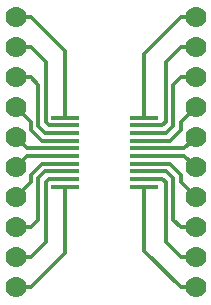
<source format=gbr>
G04 #@! TF.GenerationSoftware,KiCad,Pcbnew,(5.0-dev-4060-g28f1209ce)*
G04 #@! TF.CreationDate,2018-03-26T21:46:07+02:00*
G04 #@! TF.ProjectId,adafruit-smt-breakout-20-pin-SOICa-and-TSSOP,61646166727569742D736D742D627265,rev?*
G04 #@! TF.SameCoordinates,PX84416c0PY70ea400*
G04 #@! TF.FileFunction,Copper,L2,Bot,Signal*
G04 #@! TF.FilePolarity,Positive*
%FSLAX46Y46*%
G04 Gerber Fmt 4.6, Leading zero omitted, Abs format (unit mm)*
G04 Created by KiCad (PCBNEW (5.0-dev-4060-g28f1209ce)) date Mon Mar 26 21:46:07 2018*
%MOMM*%
%LPD*%
G01*
G04 APERTURE LIST*
%ADD10R,2.400000X0.350000*%
%ADD11C,1.778000*%
%ADD12C,0.304800*%
G04 APERTURE END LIST*
D10*
X6371100Y16321400D03*
X6371100Y15671400D03*
X13071100Y10471400D03*
X13071100Y11121400D03*
X6371100Y15021400D03*
X6371100Y14371400D03*
X13071100Y11771400D03*
X13071100Y12421400D03*
X13071100Y13071400D03*
X13071100Y16321400D03*
X6371100Y13721400D03*
X6371100Y10471400D03*
X13071100Y15671400D03*
X13071100Y15021400D03*
X13071100Y14371400D03*
X13071100Y13721400D03*
X6371100Y11121400D03*
X6371100Y11771400D03*
X6371100Y12421400D03*
X6371100Y13071400D03*
D11*
X2201100Y1966400D03*
X2201100Y4506400D03*
X2201100Y7046400D03*
X2201100Y9586400D03*
X2201100Y12126400D03*
X2201100Y14666400D03*
X2201100Y17206400D03*
X2201100Y19746400D03*
X2201100Y22286400D03*
X2201100Y24826400D03*
X17441100Y1966400D03*
X17441100Y4506400D03*
X17441100Y7046400D03*
X17441100Y9586400D03*
X17441100Y12126400D03*
X17441100Y14666400D03*
X17441100Y17206400D03*
X17441100Y19746400D03*
X17441100Y22286400D03*
X17441100Y24826400D03*
D12*
X3471100Y24826400D02*
X2201100Y24826400D01*
X6371100Y16321400D02*
X6371100Y21926400D01*
X6371100Y21926400D02*
X3471100Y24826400D01*
X6371100Y15671400D02*
X5006100Y15671400D01*
X5006100Y15671400D02*
X4741100Y15936400D01*
X4741100Y15936400D02*
X4741100Y21016400D01*
X4741100Y21016400D02*
X3471100Y22286400D01*
X3471100Y22286400D02*
X2201100Y22286400D01*
X6371100Y15021400D02*
X4703600Y15021400D01*
X4703600Y15021400D02*
X4106100Y15618900D01*
X4106100Y15618900D02*
X4106100Y19111400D01*
X4106100Y19111400D02*
X3471100Y19746400D01*
X3471100Y19746400D02*
X2201100Y19746400D01*
X6371100Y14371400D02*
X4401100Y14371400D01*
X4401100Y14371400D02*
X3471100Y15301400D01*
X3471100Y15301400D02*
X3471100Y15936400D01*
X3471100Y15936400D02*
X2201100Y17206400D01*
X6371100Y13721400D02*
X3146100Y13721400D01*
X3146100Y13721400D02*
X2201100Y14666400D01*
X6371100Y13071400D02*
X3146100Y13071400D01*
X3146100Y13071400D02*
X2201100Y12126400D01*
X6371100Y12421400D02*
X4401100Y12421400D01*
X4401100Y12421400D02*
X3471100Y11491400D01*
X3471100Y11491400D02*
X3471100Y10856400D01*
X3471100Y10856400D02*
X2201100Y9586400D01*
X6371100Y11771400D02*
X4703600Y11771400D01*
X4703600Y11771400D02*
X4106100Y11173900D01*
X4106100Y11173900D02*
X4106100Y7681400D01*
X4106100Y7681400D02*
X3471100Y7046400D01*
X3471100Y7046400D02*
X2201100Y7046400D01*
X6371100Y11121400D02*
X5006100Y11121400D01*
X5006100Y11121400D02*
X4741100Y10856400D01*
X4741100Y10856400D02*
X4741100Y5776400D01*
X4741100Y5776400D02*
X3471100Y4506400D01*
X3471100Y4506400D02*
X2201100Y4506400D01*
X3471100Y1966400D02*
X2201100Y1966400D01*
X3471100Y1966400D02*
X6371100Y4866400D01*
X6371100Y4866400D02*
X6371100Y10471400D01*
X16171100Y24826400D02*
X17441100Y24826400D01*
X13071100Y16321400D02*
X13071100Y21726400D01*
X13071100Y21726400D02*
X16171100Y24826400D01*
X13071100Y15671400D02*
X14636100Y15671400D01*
X14636100Y15671400D02*
X14901100Y15936400D01*
X14901100Y15936400D02*
X14901100Y21016400D01*
X14901100Y21016400D02*
X16171100Y22286400D01*
X16171100Y22286400D02*
X17441100Y22286400D01*
X13071100Y15021400D02*
X14938600Y15021400D01*
X14938600Y15021400D02*
X15536100Y15618900D01*
X15536100Y15618900D02*
X15536100Y19111400D01*
X15536100Y19111400D02*
X16171100Y19746400D01*
X16171100Y19746400D02*
X17441100Y19746400D01*
X13071100Y14371400D02*
X15241100Y14371400D01*
X15241100Y14371400D02*
X16171100Y15301400D01*
X16171100Y15301400D02*
X16171100Y15936400D01*
X16171100Y15936400D02*
X17441100Y17206400D01*
X13071100Y13721400D02*
X16496100Y13721400D01*
X16496100Y13721400D02*
X17441100Y14666400D01*
X13071100Y13071400D02*
X16496100Y13071400D01*
X16496100Y13071400D02*
X17441100Y12126400D01*
X13071100Y12421400D02*
X15241100Y12421400D01*
X15241100Y12421400D02*
X16171100Y11491400D01*
X16171100Y11491400D02*
X16171100Y10856400D01*
X16171100Y10856400D02*
X17441100Y9586400D01*
X13071100Y11771400D02*
X14938600Y11771400D01*
X14938600Y11771400D02*
X15536100Y11173900D01*
X15536100Y11173900D02*
X15536100Y7681400D01*
X15536100Y7681400D02*
X16171100Y7046400D01*
X16171100Y7046400D02*
X17441100Y7046400D01*
X13071100Y11121400D02*
X14636100Y11121400D01*
X14636100Y11121400D02*
X14901100Y10856400D01*
X14901100Y10856400D02*
X14901100Y5776400D01*
X14901100Y5776400D02*
X16171100Y4506400D01*
X16171100Y4506400D02*
X17441100Y4506400D01*
X16171100Y1966400D02*
X17441100Y1966400D01*
X16171100Y1966400D02*
X13071100Y5066400D01*
X13071100Y5066400D02*
X13071100Y10471400D01*
M02*

</source>
